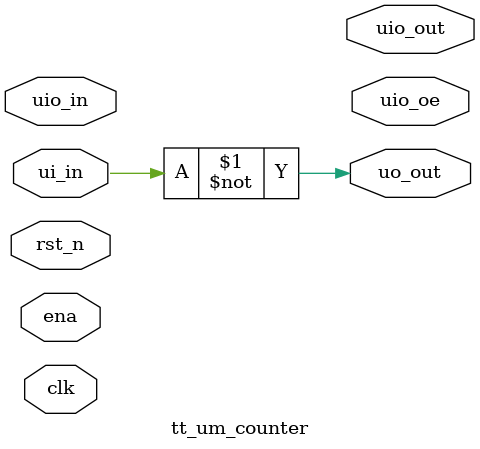
<source format=v>
module tt_um_counter(
    input  wire ui_in,    // Dedicated inputs
    output wire uo_out,   // Dedicated outputs
    input  wire [7:0] uio_in,   // IOs: Input path
    output wire [7:0] uio_out,  // IOs: Output path
    output wire [7:0] uio_oe,   // IOs: Enable path (active high: 0=input, 1=output)
    input  wire       ena,      // will go high when the design is enabled
    input  wire       clk,      // clock
    input  wire       rst_n     // reset_n - low to reset
);
    not n1(uo_out,ui_in);
endmodule

</source>
